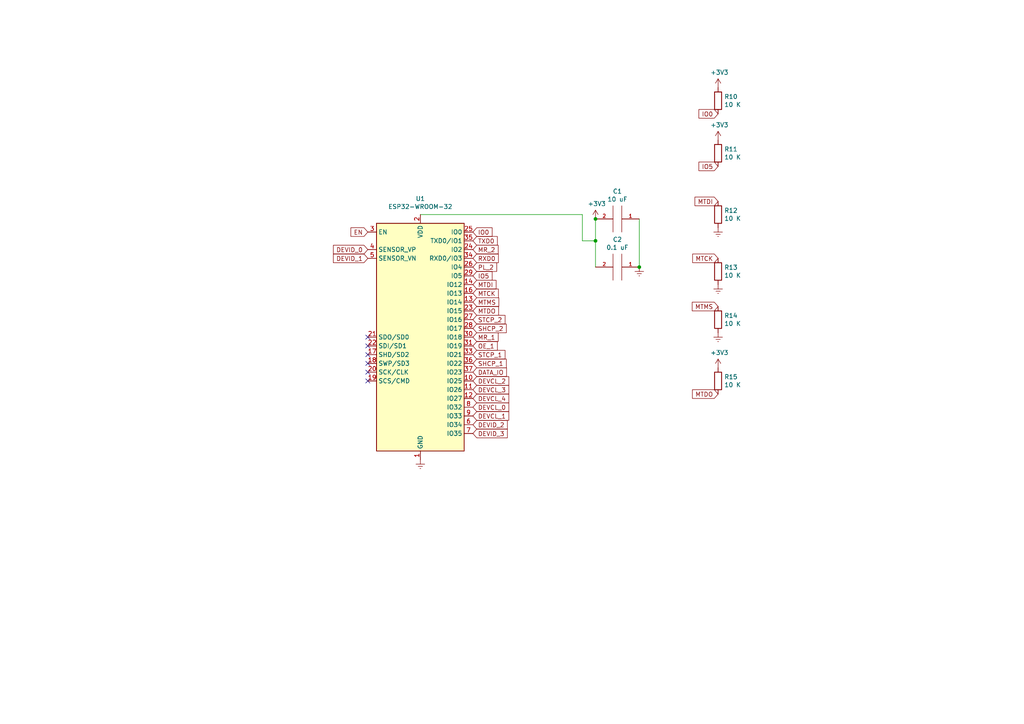
<source format=kicad_sch>
(kicad_sch (version 20211123) (generator eeschema)
  (paper "A4")
  (lib_symbols
    (symbol "Device:R" (pin_numbers hide) (pin_names (offset 0))
      (property "Reference" "R" (at 2.032 0 90))
      (property "Value" "R" (at 0 0 90))
      (symbol "R_0_1"
        (rectangle (start -1.016 -2.54) (end 1.016 2.54) (stroke (width 0.254)))
      )
      (symbol "R_1_1"
        (pin passive line (at 0 3.81 270) (length 1.27) (name "~") (number "1"))
        (pin passive line (at 0 -3.81 90) (length 1.27) (name "~") (number "2"))
      )
    )
    (symbol "RF_Module:ESP32-WROOM-32"
      (property "Reference" "U" (at -12.7 34.29 0))
      (property "Value" "ESP32-WROOM-32" (at 1.27 34.29 0))
      (symbol "ESP32-WROOM-32_0_1"
        (rectangle (start -12.7 33.02) (end 12.7 -33.02) (stroke (width 0.254)) (fill (type background)))
      )
      (symbol "ESP32-WROOM-32_1_1"
        (pin power_in line (at 0 -35.56 90) (length 2.54) (name "GND") (number "1"))
        (pin bidirectional line (at 15.24 -12.7 180) (length 2.54) (name "IO25") (number "10"))
        (pin bidirectional line (at 15.24 -15.24 180) (length 2.54) (name "IO26") (number "11"))
        (pin bidirectional line (at 15.24 -17.78 180) (length 2.54) (name "IO27") (number "12"))
        (pin bidirectional line (at 15.24 10.16 180) (length 2.54) (name "IO14") (number "13"))
        (pin bidirectional line (at 15.24 15.24 180) (length 2.54) (name "IO12") (number "14"))
        (pin passive line (at 0 -35.56 90) (length 2.54) hide (name "GND") (number "15"))
        (pin bidirectional line (at 15.24 12.7 180) (length 2.54) (name "IO13") (number "16"))
        (pin bidirectional line (at -15.24 -5.08 0) (length 2.54) (name "SHD/SD2") (number "17"))
        (pin bidirectional line (at -15.24 -7.62 0) (length 2.54) (name "SWP/SD3") (number "18"))
        (pin bidirectional line (at -15.24 -12.7 0) (length 2.54) (name "SCS/CMD") (number "19"))
        (pin power_in line (at 0 35.56 270) (length 2.54) (name "VDD") (number "2"))
        (pin bidirectional line (at -15.24 -10.16 0) (length 2.54) (name "SCK/CLK") (number "20"))
        (pin bidirectional line (at -15.24 0 0) (length 2.54) (name "SDO/SD0") (number "21"))
        (pin bidirectional line (at -15.24 -2.54 0) (length 2.54) (name "SDI/SD1") (number "22"))
        (pin bidirectional line (at 15.24 7.62 180) (length 2.54) (name "IO15") (number "23"))
        (pin bidirectional line (at 15.24 25.4 180) (length 2.54) (name "IO2") (number "24"))
        (pin bidirectional line (at 15.24 30.48 180) (length 2.54) (name "IO0") (number "25"))
        (pin bidirectional line (at 15.24 20.32 180) (length 2.54) (name "IO4") (number "26"))
        (pin bidirectional line (at 15.24 5.08 180) (length 2.54) (name "IO16") (number "27"))
        (pin bidirectional line (at 15.24 2.54 180) (length 2.54) (name "IO17") (number "28"))
        (pin bidirectional line (at 15.24 17.78 180) (length 2.54) (name "IO5") (number "29"))
        (pin input line (at -15.24 30.48 0) (length 2.54) (name "EN") (number "3"))
        (pin bidirectional line (at 15.24 0 180) (length 2.54) (name "IO18") (number "30"))
        (pin bidirectional line (at 15.24 -2.54 180) (length 2.54) (name "IO19") (number "31"))
        (pin no_connect line (at -12.7 -27.94 0) (length 2.54) hide (name "NC") (number "32"))
        (pin bidirectional line (at 15.24 -5.08 180) (length 2.54) (name "IO21") (number "33"))
        (pin bidirectional line (at 15.24 22.86 180) (length 2.54) (name "RXD0/IO3") (number "34"))
        (pin bidirectional line (at 15.24 27.94 180) (length 2.54) (name "TXD0/IO1") (number "35"))
        (pin bidirectional line (at 15.24 -7.62 180) (length 2.54) (name "IO22") (number "36"))
        (pin bidirectional line (at 15.24 -10.16 180) (length 2.54) (name "IO23") (number "37"))
        (pin passive line (at 0 -35.56 90) (length 2.54) hide (name "GND") (number "38"))
        (pin passive line (at 0 -35.56 90) (length 2.54) hide (name "GND") (number "39"))
        (pin input line (at -15.24 25.4 0) (length 2.54) (name "SENSOR_VP") (number "4"))
        (pin input line (at -15.24 22.86 0) (length 2.54) (name "SENSOR_VN") (number "5"))
        (pin input line (at 15.24 -25.4 180) (length 2.54) (name "IO34") (number "6"))
        (pin input line (at 15.24 -27.94 180) (length 2.54) (name "IO35") (number "7"))
        (pin bidirectional line (at 15.24 -20.32 180) (length 2.54) (name "IO32") (number "8"))
        (pin bidirectional line (at 15.24 -22.86 180) (length 2.54) (name "IO33") (number "9"))
      )
    )
    (symbol "base_controller-rescue:+3.3V-power" (power) (pin_names (offset 0))
      (property "Value" "+3.3V-power" (at 0 3.556 0))
      (symbol "+3.3V-power_0_1"
        (polyline (pts (xy -0.762 1.27) (xy 0 2.54)))
        (polyline (pts (xy 0 0) (xy 0 2.54)))
        (polyline (pts (xy 0 2.54) (xy 0.762 1.27)))
      )
      (symbol "+3.3V-power_1_1"
        (pin power_in line (at 0 0 90) (length 0) hide (name "+3V3") (number "1"))
      )
    )
    (symbol "power:Earth" (power) (pin_names (offset 0))
      (symbol "Earth_0_1"
        (polyline (pts (xy -0.635 -1.905) (xy 0.635 -1.905)))
        (polyline (pts (xy -0.127 -2.54) (xy 0.127 -2.54)))
        (polyline (pts (xy 0 -1.27) (xy 0 0)))
        (polyline (pts (xy 1.27 -1.27) (xy -1.27 -1.27)))
      )
      (symbol "Earth_1_1"
        (pin power_in line (at 0 0 270) (length 0) hide (name "Earth") (number "1"))
      )
    )
    (symbol "pspice:C" (pin_names (offset 0.254))
      (property "Reference" "C" (at 2.54 3.81 90))
      (property "Value" "C" (at 2.54 -3.81 90))
      (symbol "C_0_1"
        (polyline (pts (xy -3.81 -1.27) (xy 3.81 -1.27)))
        (polyline (pts (xy -3.81 1.27) (xy 3.81 1.27)))
      )
      (symbol "C_1_1"
        (pin passive line (at 0 6.35 270) (length 5.08) (name "~") (number "1"))
        (pin passive line (at 0 -6.35 90) (length 5.08) (name "~") (number "2"))
      )
    )
  )
  (junction (at 172.72 63.5))
  (junction (at 172.72 69.85))
  (junction (at 185.42 77.47))
  (no_connect (at 106.68 110.49))
  (no_connect (at 106.68 97.79))
  (no_connect (at 106.68 100.33))
  (no_connect (at 106.68 107.95))
  (no_connect (at 106.68 105.41))
  (no_connect (at 106.68 102.87))
  (wire (pts (xy 172.72 63.5) (xy 172.72 69.85)))
  (wire (pts (xy 121.92 62.23) (xy 168.91 62.23)))
  (wire (pts (xy 168.91 69.85) (xy 172.72 69.85)))
  (wire (pts (xy 168.91 62.23) (xy 168.91 69.85)))
  (wire (pts (xy 185.42 77.47) (xy 185.42 63.5)))
  (wire (pts (xy 172.72 69.85) (xy 172.72 77.47)))
  (global_label "DEVCL_1" (shape input) (at 137.16 120.65 0) (property "Intersheet References" "${INTERSHEET_REFS}" (effects hide)))
  (global_label "PL_2" (shape input) (at 137.16 77.47 0) (property "Intersheet References" "${INTERSHEET_REFS}" (effects hide)))
  (global_label "MTCK" (shape input) (at 208.28 74.93 180) (property "Intersheet References" "${INTERSHEET_REFS}" (effects hide)))
  (global_label "EN" (shape input) (at 106.68 67.31 180) (property "Intersheet References" "${INTERSHEET_REFS}" (effects hide)))
  (global_label "SHCP_1" (shape input) (at 137.16 105.41 0) (property "Intersheet References" "${INTERSHEET_REFS}" (effects hide)))
  (global_label "IO0" (shape input) (at 208.28 33.02 180) (property "Intersheet References" "${INTERSHEET_REFS}" (effects hide)))
  (global_label "IO5" (shape input) (at 137.16 80.01 0) (property "Intersheet References" "${INTERSHEET_REFS}" (effects hide)))
  (global_label "IO0" (shape input) (at 137.16 67.31 0) (property "Intersheet References" "${INTERSHEET_REFS}" (effects hide)))
  (global_label "STCP_2" (shape input) (at 137.16 92.71 0) (property "Intersheet References" "${INTERSHEET_REFS}" (effects hide)))
  (global_label "MTCK" (shape input) (at 137.16 85.09 0) (property "Intersheet References" "${INTERSHEET_REFS}" (effects hide)))
  (global_label "DATA_IO" (shape input) (at 137.16 107.95 0) (property "Intersheet References" "${INTERSHEET_REFS}" (effects hide)))
  (global_label "SHCP_2" (shape input) (at 137.16 95.25 0) (property "Intersheet References" "${INTERSHEET_REFS}" (effects hide)))
  (global_label "IO5" (shape input) (at 208.28 48.26 180) (property "Intersheet References" "${INTERSHEET_REFS}" (effects hide)))
  (global_label "MTDI" (shape input) (at 137.16 82.55 0) (property "Intersheet References" "${INTERSHEET_REFS}" (effects hide)))
  (global_label "DEVID_3" (shape input) (at 137.16 125.73 0) (property "Intersheet References" "${INTERSHEET_REFS}" (effects hide)))
  (global_label "OE_1" (shape input) (at 137.16 100.33 0) (property "Intersheet References" "${INTERSHEET_REFS}" (effects hide)))
  (global_label "DEVID_1" (shape input) (at 106.68 74.93 180) (property "Intersheet References" "${INTERSHEET_REFS}" (effects hide)))
  (global_label "TXD0" (shape input) (at 137.16 69.85 0) (property "Intersheet References" "${INTERSHEET_REFS}" (effects hide)))
  (global_label "DEVID_2" (shape input) (at 137.16 123.19 0) (property "Intersheet References" "${INTERSHEET_REFS}" (effects hide)))
  (global_label "MTDI" (shape input) (at 208.28 58.42 180) (property "Intersheet References" "${INTERSHEET_REFS}" (effects hide)))
  (global_label "MTDO" (shape input) (at 137.16 90.17 0) (property "Intersheet References" "${INTERSHEET_REFS}" (effects hide)))
  (global_label "DEVCL_0" (shape input) (at 137.16 118.11 0) (property "Intersheet References" "${INTERSHEET_REFS}" (effects hide)))
  (global_label "DEVCL_3" (shape input) (at 137.16 113.03 0) (property "Intersheet References" "${INTERSHEET_REFS}" (effects hide)))
  (global_label "MTDO" (shape input) (at 208.28 114.3 180) (property "Intersheet References" "${INTERSHEET_REFS}" (effects hide)))
  (global_label "MTMS" (shape input) (at 137.16 87.63 0) (property "Intersheet References" "${INTERSHEET_REFS}" (effects hide)))
  (global_label "DEVCL_4" (shape input) (at 137.16 115.57 0) (property "Intersheet References" "${INTERSHEET_REFS}" (effects hide)))
  (global_label "DEVID_0" (shape input) (at 106.68 72.39 180) (property "Intersheet References" "${INTERSHEET_REFS}" (effects hide)))
  (global_label "DEVCL_2" (shape input) (at 137.16 110.49 0) (property "Intersheet References" "${INTERSHEET_REFS}" (effects hide)))
  (global_label "MR_1" (shape input) (at 137.16 97.79 0) (property "Intersheet References" "${INTERSHEET_REFS}" (effects hide)))
  (global_label "MR_2" (shape input) (at 137.16 72.39 0) (property "Intersheet References" "${INTERSHEET_REFS}" (effects hide)))
  (global_label "RXD0" (shape input) (at 137.16 74.93 0) (property "Intersheet References" "${INTERSHEET_REFS}" (effects hide)))
  (global_label "MTMS" (shape input) (at 208.28 88.9 180) (property "Intersheet References" "${INTERSHEET_REFS}" (effects hide)))
  (global_label "STCP_1" (shape input) (at 137.16 102.87 0) (property "Intersheet References" "${INTERSHEET_REFS}" (effects hide)))
  (symbol (lib_id "RF_Module:ESP32-WROOM-32") (at 121.92 97.79 0) (unit 1)
    (property "Reference" "U1" (at 121.92 57.6326 0))
    (property "Value" "ESP32-WROOM-32" (at 121.92 59.944 0))
    (property "Footprint" "RF_Module:ESP32-WROOM-32" (effects hide))
    (property "Datasheet" "https://www.espressif.com/sites/default/files/documentation/esp32-wroom-32_datasheet_en.pdf" (effects hide))
  )
  (symbol (lib_id "power:Earth") (at 121.92 133.35 0) (unit 1)
    (property "Reference" "#PWR0101" (effects hide))
    (property "Value" "Earth" (effects hide))
  )
  (symbol (lib_id "pspice:C") (at 179.07 63.5 270) (unit 1)
    (property "Reference" "C1" (at 179.07 55.499 90))
    (property "Value" "10 uF" (at 179.07 57.8104 90))
    (property "Footprint" "Capacitor_SMD:C_0805_2012Metric_Pad1.18x1.45mm_HandSolder" (effects hide))
  )
  (symbol (lib_id "pspice:C") (at 179.07 77.47 270) (unit 1)
    (property "Reference" "C2" (at 179.07 69.469 90))
    (property "Value" "0.1 uF" (at 179.07 71.7804 90))
    (property "Footprint" "Capacitor_SMD:C_0805_2012Metric_Pad1.18x1.45mm_HandSolder" (effects hide))
  )
  (symbol (lib_id "base_controller-rescue:+3.3V-power") (at 172.72 63.5 0) (unit 1)
    (property "Reference" "#PWR0102" (effects hide))
    (property "Value" "+3.3V" (at 173.101 59.1058 0))
  )
  (symbol (lib_id "power:Earth") (at 185.42 77.47 0) (unit 1)
    (property "Reference" "#PWR0103" (effects hide))
    (property "Value" "Earth" (effects hide))
  )
  (symbol (lib_id "Device:R") (at 208.28 29.21 0) (unit 1)
    (property "Reference" "R10" (at 210.058 28.0416 0) (effects (justify left)))
    (property "Value" "10 K" (at 210.058 30.353 0) (effects (justify left)))
    (property "Footprint" "Resistor_SMD:R_0805_2012Metric_Pad1.20x1.40mm_HandSolder" (effects hide))
  )
  (symbol (lib_id "base_controller-rescue:+3.3V-power") (at 208.28 25.4 0) (unit 1)
    (property "Reference" "#PWR0130" (effects hide))
    (property "Value" "+3.3V" (at 208.661 21.0058 0))
  )
  (symbol (lib_id "Device:R") (at 208.28 44.45 0) (unit 1)
    (property "Reference" "R11" (at 210.058 43.2816 0) (effects (justify left)))
    (property "Value" "10 K" (at 210.058 45.593 0) (effects (justify left)))
    (property "Footprint" "Resistor_SMD:R_0805_2012Metric_Pad1.20x1.40mm_HandSolder" (effects hide))
  )
  (symbol (lib_id "base_controller-rescue:+3.3V-power") (at 208.28 40.64 0) (unit 1)
    (property "Reference" "#PWR0131" (effects hide))
    (property "Value" "+3.3V" (at 208.661 36.2458 0))
  )
  (symbol (lib_id "Device:R") (at 208.28 62.23 0) (unit 1)
    (property "Reference" "R12" (at 210.058 61.0616 0) (effects (justify left)))
    (property "Value" "10 K" (at 210.058 63.373 0) (effects (justify left)))
    (property "Footprint" "Resistor_SMD:R_0805_2012Metric_Pad1.20x1.40mm_HandSolder" (effects hide))
  )
  (symbol (lib_id "power:Earth") (at 208.28 66.04 0) (unit 1)
    (property "Reference" "#PWR0132" (effects hide))
    (property "Value" "Earth" (effects hide))
  )
  (symbol (lib_id "Device:R") (at 208.28 78.74 0) (unit 1)
    (property "Reference" "R13" (at 210.058 77.5716 0) (effects (justify left)))
    (property "Value" "10 K" (at 210.058 79.883 0) (effects (justify left)))
    (property "Footprint" "Resistor_SMD:R_0805_2012Metric_Pad1.20x1.40mm_HandSolder" (effects hide))
  )
  (symbol (lib_id "power:Earth") (at 208.28 82.55 0) (unit 1)
    (property "Reference" "#PWR0133" (effects hide))
    (property "Value" "Earth" (effects hide))
  )
  (symbol (lib_id "Device:R") (at 208.28 92.71 0) (unit 1)
    (property "Reference" "R14" (at 210.058 91.5416 0) (effects (justify left)))
    (property "Value" "10 K" (at 210.058 93.853 0) (effects (justify left)))
    (property "Footprint" "Resistor_SMD:R_0805_2012Metric_Pad1.20x1.40mm_HandSolder" (effects hide))
  )
  (symbol (lib_id "power:Earth") (at 208.28 96.52 0) (unit 1)
    (property "Reference" "#PWR0134" (effects hide))
    (property "Value" "Earth" (effects hide))
  )
  (symbol (lib_id "Device:R") (at 208.28 110.49 0) (unit 1)
    (property "Reference" "R15" (at 210.058 109.3216 0) (effects (justify left)))
    (property "Value" "10 K" (at 210.058 111.633 0) (effects (justify left)))
    (property "Footprint" "Resistor_SMD:R_0805_2012Metric_Pad1.20x1.40mm_HandSolder" (effects hide))
  )
  (symbol (lib_id "base_controller-rescue:+3.3V-power") (at 208.28 106.68 0) (unit 1)
    (property "Reference" "#PWR0135" (effects hide))
    (property "Value" "+3.3V" (at 208.661 102.2858 0))
  )
)
</source>
